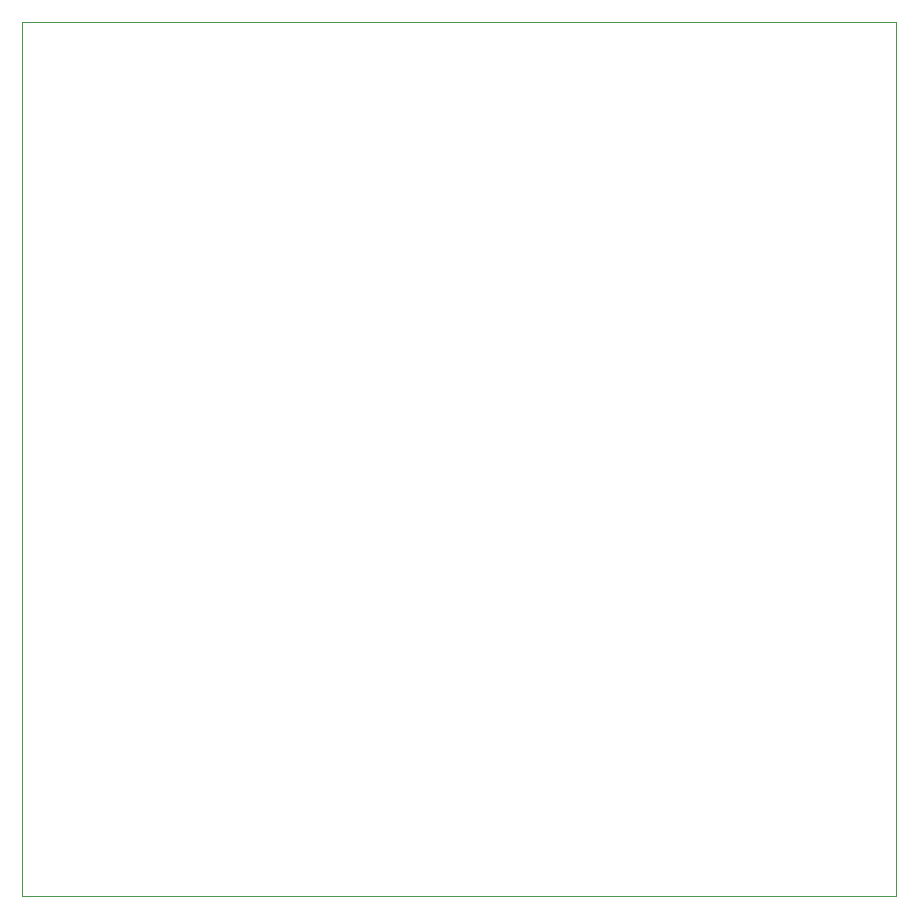
<source format=gko>
%TF.GenerationSoftware,KiCad,Pcbnew,6.0.0-d3dd2cf0fa~116~ubuntu20.04.1*%
%TF.CreationDate,2022-01-13T14:32:50+07:00*%
%TF.ProjectId,i5ether_mod,69356574-6865-4725-9f6d-6f642e6b6963,v1.0*%
%TF.SameCoordinates,Original*%
%TF.FileFunction,Profile,NP*%
%FSLAX46Y46*%
G04 Gerber Fmt 4.6, Leading zero omitted, Abs format (unit mm)*
G04 Created by KiCad (PCBNEW 6.0.0-d3dd2cf0fa~116~ubuntu20.04.1) date 2022-01-13 14:32:50*
%MOMM*%
%LPD*%
G01*
G04 APERTURE LIST*
%TA.AperFunction,Profile*%
%ADD10C,0.010000*%
%TD*%
G04 APERTURE END LIST*
D10*
X98858000Y-63118000D02*
X172858000Y-63118000D01*
X172858000Y-63118000D02*
X172858000Y-137118000D01*
X172858000Y-137118000D02*
X98858000Y-137118000D01*
X98858000Y-137118000D02*
X98858000Y-63118000D01*
M02*

</source>
